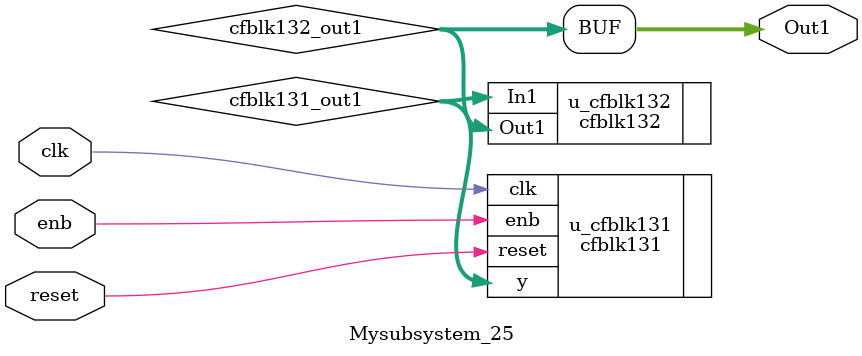
<source format=v>



`timescale 1 ns / 1 ns

module Mysubsystem_25
          (clk,
           reset,
           enb,
           Out1);


  input   clk;
  input   reset;
  input   enb;
  output  [7:0] Out1;  // uint8


  wire [7:0] cfblk131_out1;  // uint8
  wire [7:0] cfblk132_out1;  // uint8


  cfblk131 u_cfblk131 (.clk(clk),
                       .reset(reset),
                       .enb(enb),
                       .y(cfblk131_out1)  // uint8
                       );

  cfblk132 u_cfblk132 (.In1(cfblk131_out1),  // uint8
                       .Out1(cfblk132_out1)  // uint8
                       );

  assign Out1 = cfblk132_out1;

endmodule  // Mysubsystem_25


</source>
